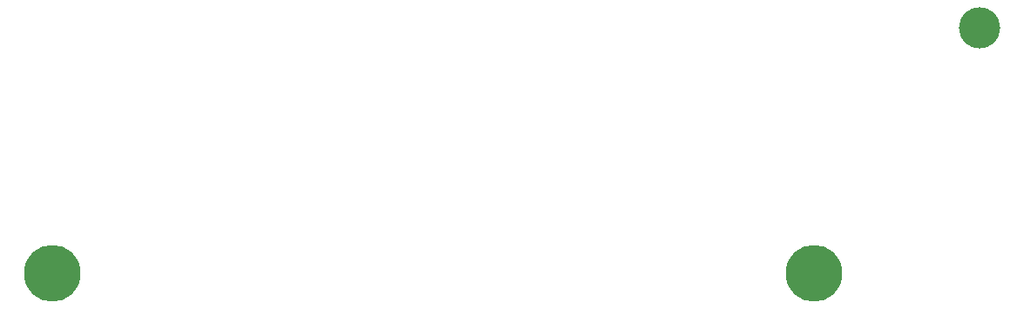
<source format=gbr>
%TF.GenerationSoftware,KiCad,Pcbnew,7.0.10*%
%TF.CreationDate,2024-04-29T09:43:27+01:00*%
%TF.ProjectId,right,72696768-742e-46b6-9963-61645f706362,rev?*%
%TF.SameCoordinates,Original*%
%TF.FileFunction,Soldermask,Bot*%
%TF.FilePolarity,Negative*%
%FSLAX46Y46*%
G04 Gerber Fmt 4.6, Leading zero omitted, Abs format (unit mm)*
G04 Created by KiCad (PCBNEW 7.0.10) date 2024-04-29 09:43:27*
%MOMM*%
%LPD*%
G01*
G04 APERTURE LIST*
%ADD10C,5.500000*%
%ADD11C,4.000000*%
G04 APERTURE END LIST*
D10*
%TO.C,H1*%
X82000000Y-73900000D03*
%TD*%
D11*
%TO.C,H3*%
X172050000Y-50000000D03*
%TD*%
D10*
%TO.C,H2*%
X156000000Y-73900000D03*
%TD*%
M02*

</source>
